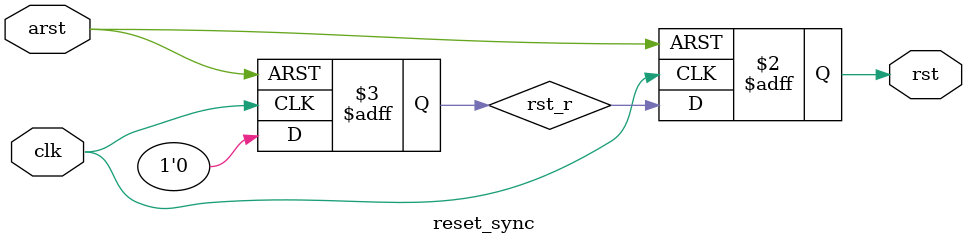
<source format=v>
/***************************************************************************************************
 * Module: reset_sync
 *
 * Description: Synchronizes an async reset to a clock domain
 *
 * Test bench: tester_reset_sync.v
 *
 * Time-stamp: April  7, 2010, 2:34AM
 *
 * Author: none really :-)
 **************************************************************************************************/
`ifndef _reset_sync_ `define _reset_sync_

module reset_sync
   (input       clk,
    input       arst,
    output reg  rst);

    reg rst_r;

    always @(posedge clk or posedge arst)
        if (arst)    {rst, rst_r} <= 2'b11;
        else         {rst, rst_r} <= {rst_r, 1'b0};

endmodule

`endif //  `ifndef _reset_sync_

</source>
